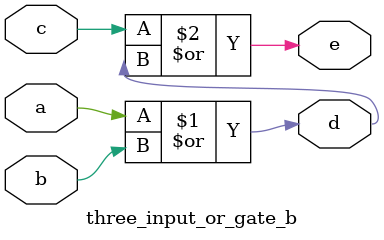
<source format=v>
`timescale 1ns / 1ps


module three_input_or_gate_b(a, b, c, d, e);
    input a, b ,c;
    output d, e;
    
    assign d = a | b;
    assign e = c | d;
endmodule

</source>
